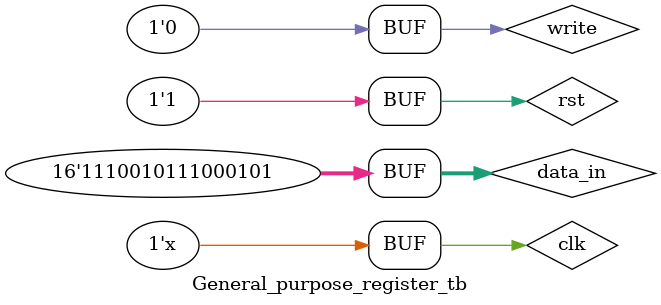
<source format=v>
module General_purpose_register_tb;
     reg clk,write,rst;
     reg [15:0] data_in;

     wire[15:0] data_out;

     parameter clk_period = 10;

     General_purpose_register gpr_1(clk,write,rst,data_in,data_out);
    initial begin
       clk = 0;
    end
     
     always 
       #(clk_period/2) clk = ~clk;


     initial
         begin
            rst = 0; write = 0;
            #(clk_period*5)

            data_in  =16'b0010010001000101; write = 1;
            #clk_period

            data_in  =16'b1110010111000101; write = 0;
            #clk_period

            rst = 1;
        end 
endmodule
     
     





</source>
